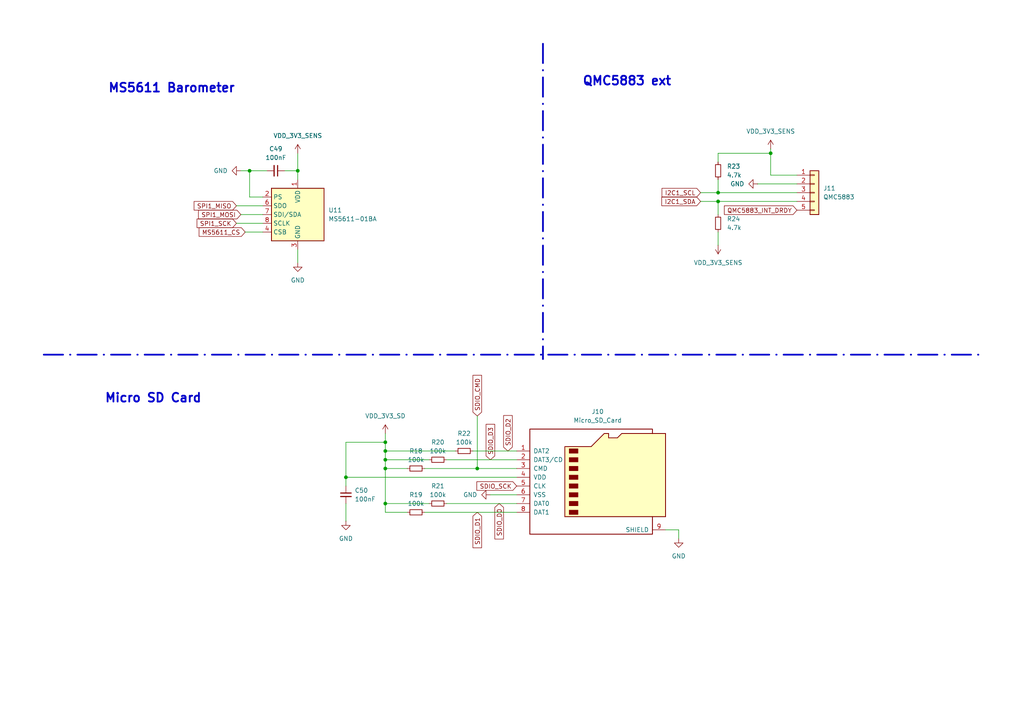
<source format=kicad_sch>
(kicad_sch (version 20250114) (generator "eeschema") (generator_version "9.0")
  (paper "A4")
  (lib_symbols
    (symbol "Connector:Micro_SD_Card" (pin_names (offset 1.016))
      (property "Reference" "J" (at -16.51 15.24 0))
      (property "Value" "Micro_SD_Card" (at 16.51 15.24 0))
      (symbol "Micro_SD_Card_0_1"
        (polyline (pts (xy -8.89 -11.43) (xy -8.89 8.89) (xy -1.27 8.89) (xy 2.54 12.7) (xy 3.81 12.7) (xy 3.81 11.43) (xy 6.35 11.43) (xy 7.62 12.7) (xy 20.32 12.7) (xy 20.32 -11.43) (xy -8.89 -11.43)) (stroke (width 0.254)) (fill (type background)))
        (rectangle (start -7.62 8.255) (end -5.08 6.985) (fill (type outline)))
        (rectangle (start -7.62 5.715) (end -5.08 4.445) (fill (type outline)))
        (rectangle (start -7.62 3.175) (end -5.08 1.905) (fill (type outline)))
        (rectangle (start -7.62 0.635) (end -5.08 -0.635) (fill (type outline)))
        (rectangle (start -7.62 -1.905) (end -5.08 -3.175) (fill (type outline)))
        (rectangle (start -7.62 -4.445) (end -5.08 -5.715) (fill (type outline)))
        (rectangle (start -7.62 -6.985) (end -5.08 -8.255) (fill (type outline)))
        (rectangle (start -7.62 -9.525) (end -5.08 -10.795) (fill (type outline)))
        (polyline (pts (xy 16.51 12.7) (xy 16.51 13.97) (xy -19.05 13.97) (xy -19.05 -16.51) (xy 16.51 -16.51) (xy 16.51 -11.43)) (stroke (width 0.254)))
      )
      (symbol "Micro_SD_Card_1_1"
        (pin bidirectional line (at -22.86 7.62 0) (length 3.81) (name "DAT2") (number "1"))
        (pin bidirectional line (at -22.86 5.08 0) (length 3.81) (name "DAT3/CD") (number "2"))
        (pin input line (at -22.86 2.54 0) (length 3.81) (name "CMD") (number "3"))
        (pin power_in line (at -22.86 0 0) (length 3.81) (name "VDD") (number "4"))
        (pin input line (at -22.86 -2.54 0) (length 3.81) (name "CLK") (number "5"))
        (pin power_in line (at -22.86 -5.08 0) (length 3.81) (name "VSS") (number "6"))
        (pin bidirectional line (at -22.86 -7.62 0) (length 3.81) (name "DAT0") (number "7"))
        (pin bidirectional line (at -22.86 -10.16 0) (length 3.81) (name "DAT1") (number "8"))
        (pin passive line (at 20.32 -15.24 180) (length 3.81) (name "SHIELD") (number "9"))
      )
    )
    (symbol "Connector_Generic:Conn_01x05" (pin_names (offset 1.016) (hide yes))
      (property "Reference" "J" (at 0 7.62 0))
      (property "Value" "Conn_01x05" (at 0 -7.62 0))
      (symbol "Conn_01x05_1_1"
        (rectangle (start -1.27 6.35) (end 1.27 -6.35) (stroke (width 0.254)) (fill (type background)))
        (rectangle (start -1.27 5.207) (end 0 4.953) (stroke (width 0.1524)))
        (rectangle (start -1.27 2.667) (end 0 2.413) (stroke (width 0.1524)))
        (rectangle (start -1.27 0.127) (end 0 -0.127) (stroke (width 0.1524)))
        (rectangle (start -1.27 -2.413) (end 0 -2.667) (stroke (width 0.1524)))
        (rectangle (start -1.27 -4.953) (end 0 -5.207) (stroke (width 0.1524)))
        (pin passive line (at -5.08 5.08 0) (length 3.81) (name "Pin_1") (number "1"))
        (pin passive line (at -5.08 2.54 0) (length 3.81) (name "Pin_2") (number "2"))
        (pin passive line (at -5.08 0 0) (length 3.81) (name "Pin_3") (number "3"))
        (pin passive line (at -5.08 -2.54 0) (length 3.81) (name "Pin_4") (number "4"))
        (pin passive line (at -5.08 -5.08 0) (length 3.81) (name "Pin_5") (number "5"))
      )
    )
    (symbol "Device:C_Small" (pin_numbers (hide yes)) (pin_names (offset 0.254) (hide yes))
      (property "Reference" "C" (at 0.254 1.778 0))
      (property "Value" "C_Small" (at 0.254 -2.032 0))
      (symbol "C_Small_0_1"
        (polyline (pts (xy -1.524 0.508) (xy 1.524 0.508)) (stroke (width 0.3048)))
        (polyline (pts (xy -1.524 -0.508) (xy 1.524 -0.508)) (stroke (width 0.3302)))
      )
      (symbol "C_Small_1_1"
        (pin passive line (at 0 2.54 270) (length 2.032) (name "~") (number "1"))
        (pin passive line (at 0 -2.54 90) (length 2.032) (name "~") (number "2"))
      )
    )
    (symbol "Device:R_Small" (pin_numbers (hide yes)) (pin_names (offset 0.254) (hide yes))
      (property "Reference" "R" (at 0.762 0.508 0))
      (property "Value" "R_Small" (at 0.762 -1.016 0))
      (symbol "R_Small_0_1"
        (rectangle (start -0.762 1.778) (end 0.762 -1.778) (stroke (width 0.2032)))
      )
      (symbol "R_Small_1_1"
        (pin passive line (at 0 2.54 270) (length 0.762) (name "~") (number "1"))
        (pin passive line (at 0 -2.54 90) (length 0.762) (name "~") (number "2"))
      )
    )
    (symbol "Sensor_Pressure:MS5611-01BA"
      (property "Reference" "U" (at -6.35 8.89 0))
      (property "Value" "MS5611-01BA" (at 7.62 8.89 0))
      (symbol "MS5611-01BA_0_1"
        (rectangle (start -7.62 7.62) (end 7.62 -7.62) (stroke (width 0.254)) (fill (type background)))
      )
      (symbol "MS5611-01BA_1_1"
        (pin input line (at -10.16 5.08 0) (length 2.54) (name "PS") (number "2"))
        (pin output line (at -10.16 2.54 0) (length 2.54) (name "SDO") (number "6"))
        (pin bidirectional line (at -10.16 0 0) (length 2.54) (name "SDI/SDA") (number "7"))
        (pin input line (at -10.16 -2.54 0) (length 2.54) (name "SCLK") (number "8"))
        (pin input line (at -10.16 -5.08 0) (length 2.54) (name "CSB") (number "4"))
        (pin input line (at -10.16 -5.08 0) (length 2.54) (hide yes) (name "CSB") (number "5"))
        (pin power_in line (at 0 10.16 270) (length 2.54) (name "VDD") (number "1"))
        (pin power_in line (at 0 -10.16 90) (length 2.54) (name "GND") (number "3"))
      )
    )
    (symbol "power:GND" (power) (pin_numbers (hide yes)) (pin_names (offset 0) (hide yes))
      (property "Value" "GND" (at 0 -3.81 0))
      (symbol "GND_0_1"
        (polyline (pts (xy 0 0) (xy 0 -1.27) (xy 1.27 -1.27) (xy 0 -2.54) (xy -1.27 -1.27) (xy 0 -1.27)))
      )
      (symbol "GND_1_1"
        (pin power_in line (at 0 0 270) (length 0) (name "~") (number "1"))
      )
    )
    (symbol "power:VCC" (power) (pin_numbers (hide yes)) (pin_names (offset 0) (hide yes))
      (property "Value" "VCC" (at 0 3.556 0))
      (symbol "VCC_0_1"
        (polyline (pts (xy -0.762 1.27) (xy 0 2.54)))
        (polyline (pts (xy 0 2.54) (xy 0.762 1.27)))
        (polyline (pts (xy 0 0) (xy 0 2.54)))
      )
      (symbol "VCC_1_1"
        (pin power_in line (at 0 0 90) (length 0) (name "~") (number "1"))
      )
    )
  )
  (text "QMC5883 ext" (at 181.864 23.622 0) (effects (font (size 2.54 2.54) (thickness 0.508) (bold yes))))
  (text "Micro SD Card" (at 44.45 115.57 0) (effects (font (size 2.54 2.54) (thickness 0.508) (bold yes))))
  (text "MS5611 Barometer\n" (at 49.784 25.654 0) (effects (font (size 2.54 2.54) (thickness 0.508) (bold yes))))
  (junction (at 111.76 130.81))
  (junction (at 208.28 55.88))
  (junction (at 138.43 135.89))
  (junction (at 100.33 138.43))
  (junction (at 111.76 135.89))
  (junction (at 223.52 44.45))
  (junction (at 111.76 133.35))
  (junction (at 72.39 49.53))
  (junction (at 111.76 128.27))
  (junction (at 86.36 49.53))
  (junction (at 208.28 58.42))
  (junction (at 111.76 146.05))
  (wire (pts (xy 223.52 44.45) (xy 223.52 43.18)))
  (wire (pts (xy 208.28 67.31) (xy 208.28 71.12)))
  (wire (pts (xy 138.43 120.65) (xy 138.43 135.89)))
  (wire (pts (xy 129.54 133.35) (xy 149.86 133.35)))
  (wire (pts (xy 76.2 57.15) (xy 72.39 57.15)))
  (wire (pts (xy 203.2 58.42) (xy 208.28 58.42)))
  (wire (pts (xy 193.04 153.67) (xy 196.85 153.67)))
  (polyline (pts (xy 157.48 12.7) (xy 157.48 104.14)) (stroke (width 0.508) (type dash_dot)))
  (wire (pts (xy 196.85 153.67) (xy 196.85 156.21)))
  (wire (pts (xy 69.85 62.23) (xy 76.2 62.23)))
  (wire (pts (xy 86.36 72.39) (xy 86.36 76.2)))
  (wire (pts (xy 118.11 148.59) (xy 111.76 148.59)))
  (wire (pts (xy 138.43 135.89) (xy 149.86 135.89)))
  (wire (pts (xy 82.55 49.53) (xy 86.36 49.53)))
  (wire (pts (xy 208.28 58.42) (xy 231.14 58.42)))
  (wire (pts (xy 132.08 130.81) (xy 111.76 130.81)))
  (wire (pts (xy 124.46 146.05) (xy 111.76 146.05)))
  (wire (pts (xy 123.19 135.89) (xy 138.43 135.89)))
  (wire (pts (xy 71.12 67.31) (xy 76.2 67.31)))
  (wire (pts (xy 111.76 148.59) (xy 111.76 146.05)))
  (wire (pts (xy 72.39 49.53) (xy 77.47 49.53)))
  (wire (pts (xy 68.58 64.77) (xy 76.2 64.77)))
  (wire (pts (xy 124.46 133.35) (xy 111.76 133.35)))
  (wire (pts (xy 123.19 148.59) (xy 149.86 148.59)))
  (wire (pts (xy 111.76 135.89) (xy 111.76 133.35)))
  (wire (pts (xy 129.54 146.05) (xy 149.86 146.05)))
  (wire (pts (xy 86.36 49.53) (xy 86.36 52.07)))
  (wire (pts (xy 68.58 59.69) (xy 76.2 59.69)))
  (wire (pts (xy 208.28 46.99) (xy 208.28 44.45)))
  (wire (pts (xy 142.24 143.51) (xy 149.86 143.51)))
  (wire (pts (xy 118.11 135.89) (xy 111.76 135.89)))
  (wire (pts (xy 86.36 44.45) (xy 86.36 49.53)))
  (polyline (pts (xy 12.7 102.87) (xy 284.48 102.87)) (stroke (width 0.508) (type dash_dot)))
  (wire (pts (xy 208.28 55.88) (xy 231.14 55.88)))
  (wire (pts (xy 69.85 49.53) (xy 72.39 49.53)))
  (wire (pts (xy 208.28 52.07) (xy 208.28 55.88)))
  (wire (pts (xy 208.28 44.45) (xy 223.52 44.45)))
  (wire (pts (xy 208.28 58.42) (xy 208.28 62.23)))
  (wire (pts (xy 100.33 146.05) (xy 100.33 151.13)))
  (wire (pts (xy 111.76 130.81) (xy 111.76 128.27)))
  (wire (pts (xy 100.33 138.43) (xy 100.33 128.27)))
  (wire (pts (xy 100.33 138.43) (xy 100.33 140.97)))
  (wire (pts (xy 231.14 50.8) (xy 223.52 50.8)))
  (wire (pts (xy 137.16 130.81) (xy 149.86 130.81)))
  (wire (pts (xy 111.76 133.35) (xy 111.76 130.81)))
  (wire (pts (xy 203.2 55.88) (xy 208.28 55.88)))
  (wire (pts (xy 223.52 50.8) (xy 223.52 44.45)))
  (wire (pts (xy 111.76 128.27) (xy 111.76 125.73)))
  (wire (pts (xy 149.86 138.43) (xy 100.33 138.43)))
  (wire (pts (xy 72.39 57.15) (xy 72.39 49.53)))
  (wire (pts (xy 100.33 128.27) (xy 111.76 128.27)))
  (wire (pts (xy 219.71 53.34) (xy 231.14 53.34)))
  (wire (pts (xy 111.76 146.05) (xy 111.76 135.89)))
  (global_label "SDIO_D0" (shape input) (at 144.78 146.05 270) (property "Intersheetrefs" "${INTERSHEET_REFS}" (effects (hide yes))))
  (global_label "SDIO_D2" (shape input) (at 147.32 130.81 90) (property "Intersheetrefs" "${INTERSHEET_REFS}" (effects (hide yes))))
  (global_label "SDIO_D1" (shape input) (at 138.43 148.59 270) (property "Intersheetrefs" "${INTERSHEET_REFS}" (effects (hide yes))))
  (global_label "SDIO_SCK" (shape input) (at 149.86 140.97 180) (property "Intersheetrefs" "${INTERSHEET_REFS}" (effects (hide yes))))
  (global_label "MS5611_CS" (shape input) (at 71.12 67.31 180) (property "Intersheetrefs" "${INTERSHEET_REFS}" (effects (hide yes))))
  (global_label "SDIO_CMD" (shape input) (at 138.43 120.65 90) (property "Intersheetrefs" "${INTERSHEET_REFS}" (effects (hide yes))))
  (global_label "QMC5883_INT_DRDY" (shape input) (at 231.14 60.96 180) (property "Intersheetrefs" "${INTERSHEET_REFS}" (effects (hide yes))))
  (global_label "SPI1_MISO" (shape input) (at 68.58 59.69 180) (property "Intersheetrefs" "${INTERSHEET_REFS}" (effects (hide yes))))
  (global_label "I2C1_SDA" (shape input) (at 203.2 58.42 180) (property "Intersheetrefs" "${INTERSHEET_REFS}" (effects (hide yes))))
  (global_label "I2C1_SCL" (shape input) (at 203.2 55.88 180) (property "Intersheetrefs" "${INTERSHEET_REFS}" (effects (hide yes))))
  (global_label "SDIO_D3" (shape input) (at 142.24 133.35 90) (property "Intersheetrefs" "${INTERSHEET_REFS}" (effects (hide yes))))
  (global_label "SPI1_SCK" (shape input) (at 68.58 64.77 180) (property "Intersheetrefs" "${INTERSHEET_REFS}" (effects (hide yes))))
  (global_label "SPI1_MOSI" (shape input) (at 69.85 62.23 180) (property "Intersheetrefs" "${INTERSHEET_REFS}" (effects (hide yes))))
  (symbol (lib_id "power:VCC") (at 111.76 125.73 0) (unit 1)
    (property "Reference" "#PWR0193" (effects (hide yes)))
    (property "Value" "VDD_3V3_SD" (at 111.76 120.65 0))
    (property "Description" "Power symbol creates a global label with name \"VCC\"" (effects (hide yes)))
    (instances (project "Autopilot DronmarketV2" (path "" (reference "#PWR0193") (unit 1))) (project "Autopilot Dronmarket" (path "" (reference "#PWR070") (unit 1))))
  )
  (symbol (lib_id "power:VCC") (at 208.28 71.12 180) (unit 1)
    (property "Reference" "#PWR0187" (effects (hide yes)))
    (property "Value" "VDD_3V3_SENS" (at 208.28 76.2 0))
    (property "Description" "Power symbol creates a global label with name \"VCC\"" (effects (hide yes)))
    (instances (project "Autopilot DronmarketV2" (path "" (reference "#PWR0187") (unit 1))) (project "Autopilot Dronmarket" (path "" (reference "#PWR095") (unit 1))))
  )
  (symbol (lib_id "power:GND") (at 86.36 76.2 0) (unit 1)
    (property "Reference" "#PWR0190" (effects (hide yes)))
    (property "Value" "GND" (at 86.36 81.28 0))
    (property "Description" "Power symbol creates a global label with name \"GND\" , ground" (effects (hide yes)))
    (instances (project "Autopilot DronmarketV2" (path "" (reference "#PWR0190") (unit 1))) (project "Autopilot Dronmarket" (path "" (reference "#PWR046") (unit 1))))
  )
  (symbol (lib_id "power:GND") (at 142.24 143.51 270) (unit 1)
    (property "Reference" "#PWR0195" (effects (hide yes)))
    (property "Value" "GND" (at 138.43 143.5099 90) (effects (justify right)))
    (property "Description" "Power symbol creates a global label with name \"GND\" , ground" (effects (hide yes)))
    (instances (project "Autopilot DronmarketV2" (path "" (reference "#PWR0195") (unit 1))) (project "Autopilot Dronmarket" (path "" (reference "#PWR071") (unit 1))))
  )
  (symbol (lib_id "Device:R_Small") (at 120.65 135.89 270) (unit 1)
    (property "Reference" "R18" (at 120.65 130.81 90))
    (property "Value" "100k" (at 120.65 133.35 90))
    (property "Footprint" "Resistor_SMD:R_0402_1005Metric" (effects (hide yes)))
    (property "Description" "Resistor, small symbol" (effects (hide yes)))
    (instances (project "Autopilot DronmarketV2" (path "" (reference "R18") (unit 1))) (project "Autopilot Dronmarket" (path "" (reference "R17") (unit 1))))
  )
  (symbol (lib_id "Device:C_Small") (at 100.33 143.51 0) (unit 1)
    (property "Reference" "C50" (at 102.87 142.2462 0) (effects (justify left)))
    (property "Value" "100nF" (at 102.87 144.7862 0) (effects (justify left)))
    (property "Footprint" "Capacitor_SMD:C_0402_1005Metric" (effects (hide yes)))
    (property "Description" "Unpolarized capacitor, small symbol" (effects (hide yes)))
    (instances (project "Autopilot DronmarketV2" (path "" (reference "C50") (unit 1))) (project "Autopilot Dronmarket" (path "" (reference "C52") (unit 1))))
  )
  (symbol (lib_id "power:VCC") (at 223.52 43.18 0) (unit 1)
    (property "Reference" "#PWR0189" (effects (hide yes)))
    (property "Value" "VDD_3V3_SENS" (at 223.52 38.1 0))
    (property "Description" "Power symbol creates a global label with name \"VCC\"" (effects (hide yes)))
    (instances (project "Autopilot DronmarketV2" (path "" (reference "#PWR0189") (unit 1))) (project "Autopilot Dronmarket" (path "" (reference "#PWR068") (unit 1))))
  )
  (symbol (lib_id "Device:R_Small") (at 127 133.35 270) (unit 1)
    (property "Reference" "R20" (at 127 128.27 90))
    (property "Value" "100k" (at 127 130.81 90))
    (property "Footprint" "Resistor_SMD:R_0402_1005Metric" (effects (hide yes)))
    (property "Description" "Resistor, small symbol" (effects (hide yes)))
    (instances (project "Autopilot DronmarketV2" (path "" (reference "R20") (unit 1))) (project "Autopilot Dronmarket" (path "" (reference "R18") (unit 1))))
  )
  (symbol (lib_id "power:VCC") (at 86.36 44.45 0) (unit 1)
    (property "Reference" "#PWR0192" (effects (hide yes)))
    (property "Value" "VDD_3V3_SENS" (at 86.36 39.37 0))
    (property "Description" "Power symbol creates a global label with name \"VCC\"" (effects (hide yes)))
    (instances (project "Autopilot DronmarketV2" (path "" (reference "#PWR0192") (unit 1))) (project "Autopilot Dronmarket" (path "" (reference "#PWR044") (unit 1))))
  )
  (symbol (lib_id "power:GND") (at 196.85 156.21 0) (unit 1)
    (property "Reference" "#PWR0196" (effects (hide yes)))
    (property "Value" "GND" (at 196.85 161.29 0))
    (property "Description" "Power symbol creates a global label with name \"GND\" , ground" (effects (hide yes)))
    (instances (project "Autopilot DronmarketV2" (path "" (reference "#PWR0196") (unit 1))) (project "Autopilot Dronmarket" (path "" (reference "#PWR073") (unit 1))))
  )
  (symbol (lib_id "Device:R_Small") (at 208.28 49.53 0) (unit 1)
    (property "Reference" "R23" (at 210.82 48.2599 0) (effects (justify left)))
    (property "Value" "4.7k" (at 210.82 50.7999 0) (effects (justify left)))
    (property "Footprint" "Resistor_SMD:R_0402_1005Metric" (effects (hide yes)))
    (property "Description" "Resistor, small symbol" (effects (hide yes)))
    (instances (project "Autopilot DronmarketV2" (path "" (reference "R23") (unit 1))) (project "Autopilot Dronmarket" (path "" (reference "R20") (unit 1))))
  )
  (symbol (lib_id "Device:R_Small") (at 134.62 130.81 270) (unit 1)
    (property "Reference" "R22" (at 134.62 125.73 90))
    (property "Value" "100k" (at 134.62 128.27 90))
    (property "Footprint" "Resistor_SMD:R_0402_1005Metric" (effects (hide yes)))
    (property "Description" "Resistor, small symbol" (effects (hide yes)))
    (instances (project "Autopilot DronmarketV2" (path "" (reference "R22") (unit 1))) (project "Autopilot Dronmarket" (path "" (reference "R19") (unit 1))))
  )
  (symbol (lib_id "power:GND") (at 69.85 49.53 270) (unit 1)
    (property "Reference" "#PWR0191" (effects (hide yes)))
    (property "Value" "GND" (at 66.04 49.5299 90) (effects (justify right)))
    (property "Description" "Power symbol creates a global label with name \"GND\" , ground" (effects (hide yes)))
    (instances (project "Autopilot DronmarketV2" (path "" (reference "#PWR0191") (unit 1))) (project "Autopilot Dronmarket" (path "" (reference "#PWR045") (unit 1))))
  )
  (symbol (lib_id "Device:R_Small") (at 208.28 64.77 0) (unit 1)
    (property "Reference" "R24" (at 210.82 63.4999 0) (effects (justify left)))
    (property "Value" "4.7k" (at 210.82 66.0399 0) (effects (justify left)))
    (property "Footprint" "Resistor_SMD:R_0402_1005Metric" (effects (hide yes)))
    (property "Description" "Resistor, small symbol" (effects (hide yes)))
    (instances (project "Autopilot DronmarketV2" (path "" (reference "R24") (unit 1))) (project "Autopilot Dronmarket" (path "" (reference "R21") (unit 1))))
  )
  (symbol (lib_id "Device:C_Small") (at 80.01 49.53 270) (unit 1)
    (property "Reference" "C49" (at 80.0036 43.18 90))
    (property "Value" "100nF" (at 80.0036 45.72 90))
    (property "Footprint" "Capacitor_SMD:C_0402_1005Metric" (effects (hide yes)))
    (property "Description" "Unpolarized capacitor, small symbol" (effects (hide yes)))
    (instances (project "Autopilot DronmarketV2" (path "" (reference "C49") (unit 1))) (project "Autopilot Dronmarket" (path "" (reference "C37") (unit 1))))
  )
  (symbol (lib_id "Connector:Micro_SD_Card") (at 172.72 138.43 0) (unit 1)
    (property "Reference" "J10" (at 173.355 119.38 0))
    (property "Value" "Micro_SD_Card" (at 173.355 121.92 0))
    (property "Footprint" "503398-1892:MOLEX_503398-1892" (effects (hide yes)))
    (property "Datasheet" "https://www.we-online.com/components/products/datasheet/693072010801.pdf" (effects (hide yes)))
    (property "Description" "Micro SD Card Socket" (effects (hide yes)))
    (instances (project "Autopilot DronmarketV2" (path "" (reference "J10") (unit 1))) (project "" (path "" (reference "J4") (unit 1))))
  )
  (symbol (lib_id "power:GND") (at 100.33 151.13 0) (unit 1)
    (property "Reference" "#PWR0194" (effects (hide yes)))
    (property "Value" "GND" (at 100.33 156.21 0))
    (property "Description" "Power symbol creates a global label with name \"GND\" , ground" (effects (hide yes)))
    (instances (project "Autopilot DronmarketV2" (path "" (reference "#PWR0194") (unit 1))) (project "Autopilot Dronmarket" (path "" (reference "#PWR072") (unit 1))))
  )
  (symbol (lib_id "Sensor_Pressure:MS5611-01BA") (at 86.36 62.23 0) (unit 1)
    (property "Reference" "U11" (at 95.25 60.9599 0) (effects (justify left)))
    (property "Value" "MS5611-01BA" (at 95.25 63.4999 0) (effects (justify left)))
    (property "Footprint" "Package_LGA:LGA-8_3x5mm_P1.25mm" (effects (hide yes)))
    (property "Datasheet" "https://www.te.com/commerce/DocumentDelivery/DDEController?Action=srchrtrv&DocNm=MS5611-01BA03&DocType=Data+Sheet&DocLang=English" (effects (hide yes)))
    (property "Description" "Barometric pressure sensor, 10cm resolution, 10 to 1200 mbar, I2C and SPI interface up to 20MHz, LGA-8" (effects (hide yes)))
    (instances (project "Autopilot DronmarketV2" (path "" (reference "U11") (unit 1))) (project "Autopilot Dronmarket" (path "" (reference "U1") (unit 1))))
  )
  (symbol (lib_id "power:GND") (at 219.71 53.34 270) (unit 1)
    (property "Reference" "#PWR0188" (effects (hide yes)))
    (property "Value" "GND" (at 215.9 53.3399 90) (effects (justify right)))
    (property "Description" "Power symbol creates a global label with name \"GND\" , ground" (effects (hide yes)))
    (instances (project "Autopilot DronmarketV2" (path "" (reference "#PWR0188") (unit 1))) (project "Autopilot Dronmarket" (path "" (reference "#PWR069") (unit 1))))
  )
  (symbol (lib_id "Connector_Generic:Conn_01x05") (at 236.22 55.88 0) (unit 1)
    (property "Reference" "J11" (at 238.76 54.6099 0) (effects (justify left)))
    (property "Value" "QMC5883" (at 238.76 57.1499 0) (effects (justify left)))
    (property "Footprint" "Connector_JST:JST_GH_SM05B-GHS-TB_1x05-1MP_P1.25mm_Horizontal" (effects (hide yes)))
    (property "Description" "Generic connector, single row, 01x05, script generated (kicad-library-utils/schlib/autogen/connector/)" (effects (hide yes)))
    (instances (project "Autopilot DronmarketV2" (path "" (reference "J11") (unit 1))) (project "" (path "" (reference "J3") (unit 1))))
  )
  (symbol (lib_id "Device:R_Small") (at 120.65 148.59 270) (unit 1)
    (property "Reference" "R19" (at 120.65 143.51 90))
    (property "Value" "100k" (at 120.65 146.05 90))
    (property "Footprint" "Resistor_SMD:R_0402_1005Metric" (effects (hide yes)))
    (property "Description" "Resistor, small symbol" (effects (hide yes)))
    (instances (project "Autopilot DronmarketV2" (path "" (reference "R19") (unit 1))) (project "Autopilot Dronmarket" (path "" (reference "R15") (unit 1))))
  )
  (symbol (lib_id "Device:R_Small") (at 127 146.05 270) (unit 1)
    (property "Reference" "R21" (at 127 140.97 90))
    (property "Value" "100k" (at 127 143.51 90))
    (property "Footprint" "Resistor_SMD:R_0402_1005Metric" (effects (hide yes)))
    (property "Description" "Resistor, small symbol" (effects (hide yes)))
    (instances (project "Autopilot DronmarketV2" (path "" (reference "R21") (unit 1))) (project "Autopilot Dronmarket" (path "" (reference "R16") (unit 1))))
  )
)
</source>
